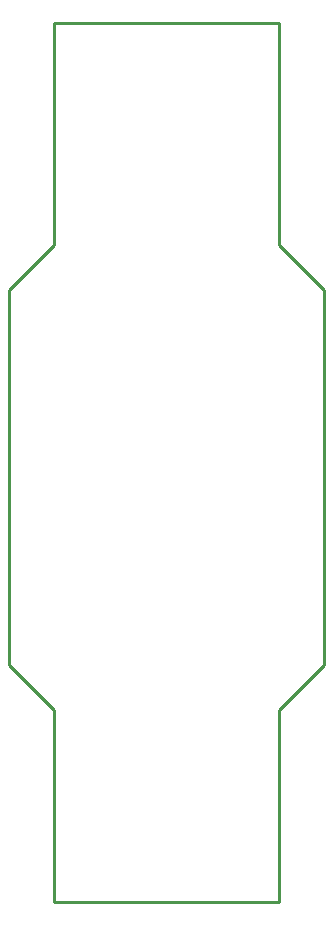
<source format=gko>
G04 start of page 4 for group 2 idx 2 *
G04 Title: (unknown), outline *
G04 Creator: pcb 1.99z *
G04 CreationDate: Sat Nov 14 22:14:48 2015 UTC *
G04 For: commonadmin *
G04 Format: Gerber/RS-274X *
G04 PCB-Dimensions (mil): 1075.00 2975.00 *
G04 PCB-Coordinate-Origin: lower left *
%MOIN*%
%FSLAX25Y25*%
%LNOUTLINE*%
%ADD31C,0.0100*%
G54D31*X0Y82500D02*Y207500D01*
Y82500D02*X15000Y67500D01*
Y3500D01*
Y295000D02*Y222500D01*
X0Y207500D01*
X15000Y294500D02*Y296500D01*
X90000Y222500D02*X105000Y207500D01*
X90000Y222500D02*Y296500D01*
X15000D02*X90000D01*
X105000Y207500D02*Y82500D01*
X90000Y67500D01*
Y3500D01*
X15000D01*
M02*

</source>
